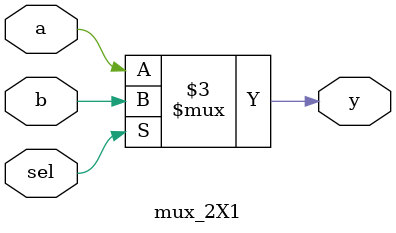
<source format=v>
module mux_2X1(input a,b,sel, output reg y);

	always @(*)
		begin
			if(sel)
				y = b;
			else
				y = a;
		end
endmodule

</source>
